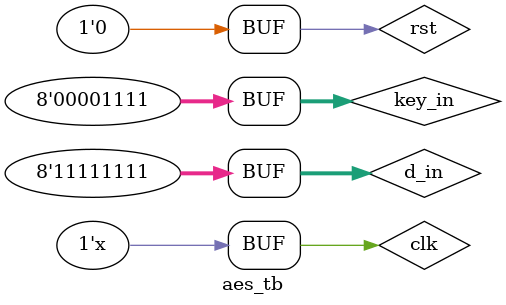
<source format=v>
module aes_tb;
    reg rst;
    reg clk;
    reg [7:0] key_in;
    reg [7:0] d_in;
    wire [7:0] d_out;
    wire d_vld;
    parameter CP = 20;
    //Two test vectors
    //Simple example
    //CT = 0x69c4e0d86a7b0430d8cdb78070b4c55a
    parameter kin = 128'h000102030405060708090a0b0c0d0e0f;
    parameter din = 128'h00112233445566778899aabbccddeeff;
    //Example in FIPS-197
    //CT = 0x3925841d02dc09fbdc118597196a0b32
    //parameter kin = 128'h2b7e151628aed2a6abf7158809cf4f3c;
    //parameter din = 128'h3243f6a8885a308d313198a2e0370734;
    aes_8_bit test (rst, clk, key_in, d_in, d_out, d_vld);
    always # (CP/2)
    begin
        clk = ~ clk;
    end
    initial begin
        rst = 1'b1;
        clk = 1'b1;
        #CP
        rst = 1'b0;
        key_in = kin[127:120];
        d_in = din[127:120];
        #CP
        key_in = kin[119:112];
        d_in = din[119:112];
        #CP
        key_in = kin[111:104];
        d_in = din[111:104];
        #CP
        key_in = kin[103:96];
        d_in = din[103:96];
        #CP
        key_in = kin[95:88];
        d_in = din[95:88];
        #CP
        key_in = kin[87:80];
        d_in = din[87:80];
        #CP
        key_in = kin[79:72];
        d_in = din[79:72];
        #CP
        key_in = kin[71:64];
        d_in = din[71:64];
        #CP
        key_in = kin[63:56];
        d_in = din[63:56];
        #CP
        key_in = kin[55:48];
        d_in = din[55:48];
        #CP
        key_in = kin[47:40];
        d_in = din[47:40];
        #CP
        key_in = kin[39:32];
        d_in = din[39:32];
        #CP
        key_in = kin[31:24];
        d_in = din[31:24];
        #CP
        key_in = kin[23:16];
        d_in = din[23:16];
        #CP
        key_in = kin[15:8];
        d_in = din[15:8];
        #CP
        key_in = kin[7:0];
        d_in = din[7:0];
    end
endmodule
</source>
